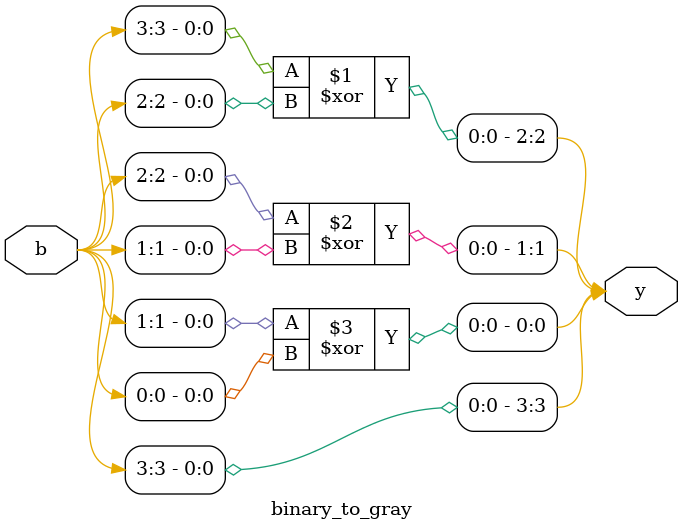
<source format=v>
module binary_to_gray(input[3:0]b,
                      output[3:0]y);
  assign y[3]=b[3];
  assign y[2]=b[3]^b[2];
  assign y[1]=b[2]^b[1];
  assign y[0]=b[1]^b[0];
endmodule

</source>
